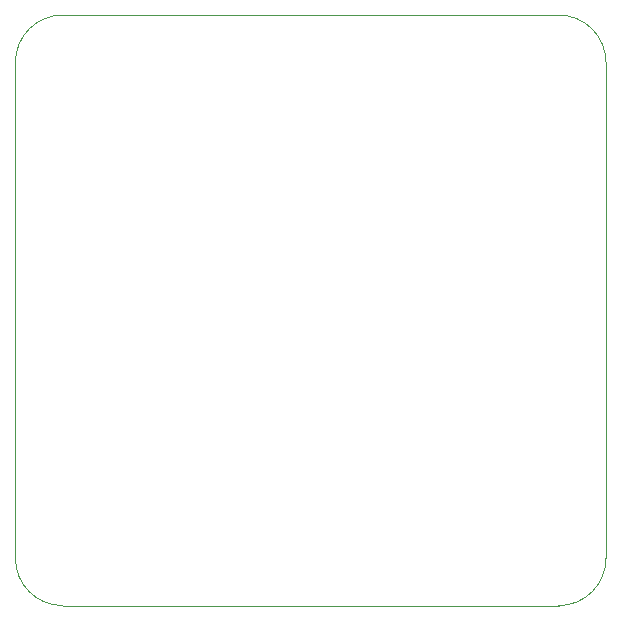
<source format=gbr>
G04 #@! TF.GenerationSoftware,KiCad,Pcbnew,(5.1.5)-3*
G04 #@! TF.CreationDate,2019-12-17T14:01:47+01:00*
G04 #@! TF.ProjectId,HadesMicroJLCPCB,48616465-734d-4696-9372-6f4a4c435043,rev?*
G04 #@! TF.SameCoordinates,Original*
G04 #@! TF.FileFunction,Profile,NP*
%FSLAX46Y46*%
G04 Gerber Fmt 4.6, Leading zero omitted, Abs format (unit mm)*
G04 Created by KiCad (PCBNEW (5.1.5)-3) date 2019-12-17 14:01:47*
%MOMM*%
%LPD*%
G04 APERTURE LIST*
%ADD10C,0.100000*%
G04 APERTURE END LIST*
D10*
X24000000Y-70000000D02*
G75*
G02X20000000Y-66000000I0J4000000D01*
G01*
X24000000Y-70000000D02*
X66000000Y-70000000D01*
X24000000Y-20000000D02*
X66000000Y-20000000D01*
X20000000Y-66000000D02*
X20000000Y-24000000D01*
X70000000Y-24000000D02*
X70000000Y-66000000D01*
X70000000Y-66000000D02*
G75*
G02X66000000Y-70000000I-4000000J0D01*
G01*
X66000000Y-20000000D02*
G75*
G02X70000000Y-24000000I0J-4000000D01*
G01*
X20000000Y-24000000D02*
G75*
G02X24000000Y-20000000I4000000J0D01*
G01*
M02*

</source>
